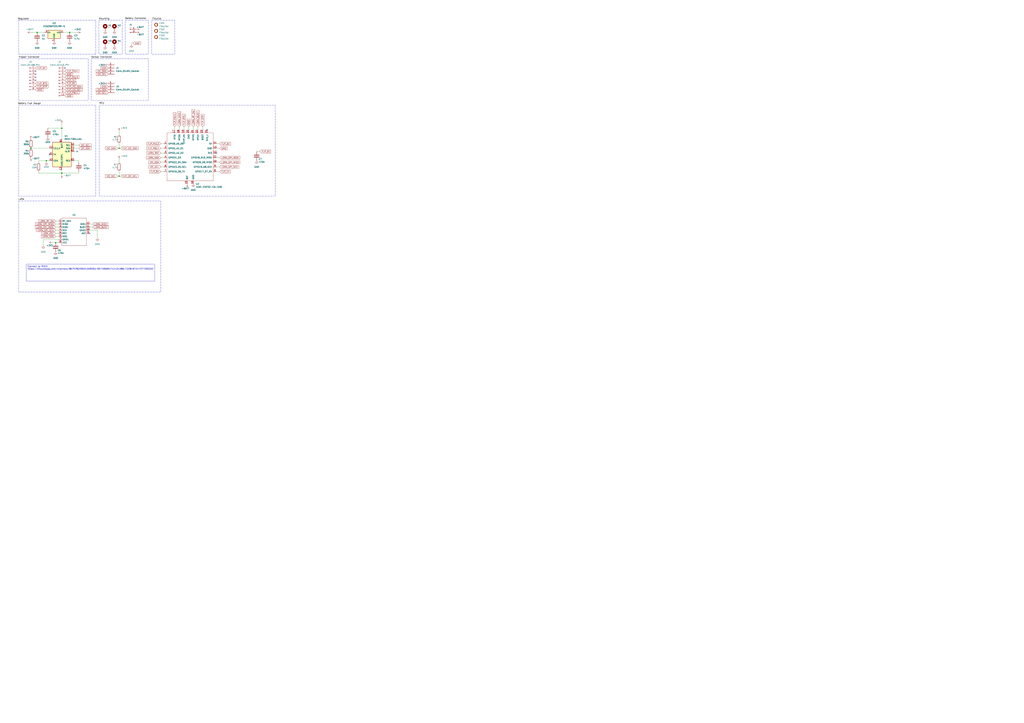
<source format=kicad_sch>
(kicad_sch (version 20250114) (generator "eeschema") (generator_version "9.0")
  (paper "A1")
  (title_block (title "Meshimi") (rev "v1.0"))
  (lib_symbols
    (symbol "Battery_Management:MAX17261xxWL"
      (property "Reference" "U" (at -6.985 11.43 0))
      (property "Value" "MAX17261xxWL" (at 8.255 11.43 0))
      (symbol "MAX17261xxWL_0_1"
        (rectangle (start -7.62 10.16) (end 7.62 -10.16) (stroke (width 0.254)) (fill (type background)))
      )
      (symbol "MAX17261xxWL_1_1"
        (pin input line (at -10.16 5.08 0) (length 2.54) (name "CELLX") (number "C2"))
        (pin passive line (at -10.16 0 0) (length 2.54) (name "TH") (number "A1"))
        (pin passive line (at -10.16 -5.08 0) (length 2.54) (name "CSN") (number "A3"))
        (pin power_in line (at 0 12.7 270) (length 2.54) (name "BATT") (number "B1"))
        (pin power_in line (at 0 -12.7 90) (length 2.54) (name "GND/CSPL") (number "C3"))
        (pin input line (at 10.16 7.62 180) (length 2.54) (name "SCL") (number "A2"))
        (pin bidirectional line (at 10.16 5.08 180) (length 2.54) (name "SDA") (number "C1"))
        (pin open_collector line (at 10.16 2.54 180) (length 2.54) (name "ALRT") (number "B2"))
        (pin power_out line (at 10.16 -5.08 180) (length 2.54) (name "REG") (number "B3"))
      )
    )
    (symbol "Connector:Conn_01x02_Pin" (pin_names (offset 1.016) (hide yes))
      (property "Reference" "J" (at 0 2.54 0))
      (property "Value" "Conn_01x02_Pin" (at 0 -5.08 0))
      (symbol "Conn_01x02_Pin_1_1"
        (rectangle (start 0.8636 0.127) (end 0 -0.127) (stroke (width 0.1524)) (fill (type outline)))
        (rectangle (start 0.8636 -2.413) (end 0 -2.667) (stroke (width 0.1524)) (fill (type outline)))
        (polyline (pts (xy 1.27 0) (xy 0.8636 0)) (stroke (width 0.1524)))
        (polyline (pts (xy 1.27 -2.54) (xy 0.8636 -2.54)) (stroke (width 0.1524)))
        (pin passive line (at 5.08 0 180) (length 3.81) (name "Pin_1") (number "1"))
        (pin passive line (at 5.08 -2.54 180) (length 3.81) (name "Pin_2") (number "2"))
      )
    )
    (symbol "Connector:Conn_01x04_Socket" (pin_names (offset 1.016) (hide yes))
      (property "Reference" "J" (at 0 5.08 0))
      (property "Value" "Conn_01x04_Socket" (at 0 -7.62 0))
      (symbol "Conn_01x04_Socket_1_1"
        (polyline (pts (xy -1.27 2.54) (xy -0.508 2.54)) (stroke (width 0.1524)))
        (polyline (pts (xy -1.27 0) (xy -0.508 0)) (stroke (width 0.1524)))
        (polyline (pts (xy -1.27 -2.54) (xy -0.508 -2.54)) (stroke (width 0.1524)))
        (polyline (pts (xy -1.27 -5.08) (xy -0.508 -5.08)) (stroke (width 0.1524)))
        (arc (start 0 2.032) (mid -0.5058 2.54) (end 0 3.048) (stroke (width 0.1524)))
        (arc (start 0 -0.508) (mid -0.5058 0) (end 0 0.508) (stroke (width 0.1524)))
        (arc (start 0 -3.048) (mid -0.5058 -2.54) (end 0 -2.032) (stroke (width 0.1524)))
        (arc (start 0 -5.588) (mid -0.5058 -5.08) (end 0 -4.572) (stroke (width 0.1524)))
        (pin passive line (at -5.08 2.54 0) (length 3.81) (name "Pin_1") (number "1"))
        (pin passive line (at -5.08 0 0) (length 3.81) (name "Pin_2") (number "2"))
        (pin passive line (at -5.08 -2.54 0) (length 3.81) (name "Pin_3") (number "3"))
        (pin passive line (at -5.08 -5.08 0) (length 3.81) (name "Pin_4") (number "4"))
      )
    )
    (symbol "Connector:Conn_01x08_Pin" (pin_names (offset 1.016) (hide yes))
      (property "Reference" "J" (at 0 10.16 0))
      (property "Value" "Conn_01x08_Pin" (at 0 -12.7 0))
      (symbol "Conn_01x08_Pin_1_1"
        (rectangle (start 0.8636 7.747) (end 0 7.493) (stroke (width 0.1524)) (fill (type outline)))
        (rectangle (start 0.8636 5.207) (end 0 4.953) (stroke (width 0.1524)) (fill (type outline)))
        (rectangle (start 0.8636 2.667) (end 0 2.413) (stroke (width 0.1524)) (fill (type outline)))
        (rectangle (start 0.8636 0.127) (end 0 -0.127) (stroke (width 0.1524)) (fill (type outline)))
        (rectangle (start 0.8636 -2.413) (end 0 -2.667) (stroke (width 0.1524)) (fill (type outline)))
        (rectangle (start 0.8636 -4.953) (end 0 -5.207) (stroke (width 0.1524)) (fill (type outline)))
        (rectangle (start 0.8636 -7.493) (end 0 -7.747) (stroke (width 0.1524)) (fill (type outline)))
        (rectangle (start 0.8636 -10.033) (end 0 -10.287) (stroke (width 0.1524)) (fill (type outline)))
        (polyline (pts (xy 1.27 7.62) (xy 0.8636 7.62)) (stroke (width 0.1524)))
        (polyline (pts (xy 1.27 5.08) (xy 0.8636 5.08)) (stroke (width 0.1524)))
        (polyline (pts (xy 1.27 2.54) (xy 0.8636 2.54)) (stroke (width 0.1524)))
        (polyline (pts (xy 1.27 0) (xy 0.8636 0)) (stroke (width 0.1524)))
        (polyline (pts (xy 1.27 -2.54) (xy 0.8636 -2.54)) (stroke (width 0.1524)))
        (polyline (pts (xy 1.27 -5.08) (xy 0.8636 -5.08)) (stroke (width 0.1524)))
        (polyline (pts (xy 1.27 -7.62) (xy 0.8636 -7.62)) (stroke (width 0.1524)))
        (polyline (pts (xy 1.27 -10.16) (xy 0.8636 -10.16)) (stroke (width 0.1524)))
        (pin passive line (at 5.08 7.62 180) (length 3.81) (name "Pin_1") (number "1"))
        (pin passive line (at 5.08 5.08 180) (length 3.81) (name "Pin_2") (number "2"))
        (pin passive line (at 5.08 2.54 180) (length 3.81) (name "Pin_3") (number "3"))
        (pin passive line (at 5.08 0 180) (length 3.81) (name "Pin_4") (number "4"))
        (pin passive line (at 5.08 -2.54 180) (length 3.81) (name "Pin_5") (number "5"))
        (pin passive line (at 5.08 -5.08 180) (length 3.81) (name "Pin_6") (number "6"))
        (pin passive line (at 5.08 -7.62 180) (length 3.81) (name "Pin_7") (number "7"))
        (pin passive line (at 5.08 -10.16 180) (length 3.81) (name "Pin_8") (number "8"))
      )
    )
    (symbol "Connector:Conn_01x10_Pin" (pin_names (offset 1.016) (hide yes))
      (property "Reference" "J" (at 0 12.7 0))
      (property "Value" "Conn_01x10_Pin" (at 0 -15.24 0))
      (symbol "Conn_01x10_Pin_1_1"
        (rectangle (start 0.8636 10.287) (end 0 10.033) (stroke (width 0.1524)) (fill (type outline)))
        (rectangle (start 0.8636 7.747) (end 0 7.493) (stroke (width 0.1524)) (fill (type outline)))
        (rectangle (start 0.8636 5.207) (end 0 4.953) (stroke (width 0.1524)) (fill (type outline)))
        (rectangle (start 0.8636 2.667) (end 0 2.413) (stroke (width 0.1524)) (fill (type outline)))
        (rectangle (start 0.8636 0.127) (end 0 -0.127) (stroke (width 0.1524)) (fill (type outline)))
        (rectangle (start 0.8636 -2.413) (end 0 -2.667) (stroke (width 0.1524)) (fill (type outline)))
        (rectangle (start 0.8636 -4.953) (end 0 -5.207) (stroke (width 0.1524)) (fill (type outline)))
        (rectangle (start 0.8636 -7.493) (end 0 -7.747) (stroke (width 0.1524)) (fill (type outline)))
        (rectangle (start 0.8636 -10.033) (end 0 -10.287) (stroke (width 0.1524)) (fill (type outline)))
        (rectangle (start 0.8636 -12.573) (end 0 -12.827) (stroke (width 0.1524)) (fill (type outline)))
        (polyline (pts (xy 1.27 10.16) (xy 0.8636 10.16)) (stroke (width 0.1524)))
        (polyline (pts (xy 1.27 7.62) (xy 0.8636 7.62)) (stroke (width 0.1524)))
        (polyline (pts (xy 1.27 5.08) (xy 0.8636 5.08)) (stroke (width 0.1524)))
        (polyline (pts (xy 1.27 2.54) (xy 0.8636 2.54)) (stroke (width 0.1524)))
        (polyline (pts (xy 1.27 0) (xy 0.8636 0)) (stroke (width 0.1524)))
        (polyline (pts (xy 1.27 -2.54) (xy 0.8636 -2.54)) (stroke (width 0.1524)))
        (polyline (pts (xy 1.27 -5.08) (xy 0.8636 -5.08)) (stroke (width 0.1524)))
        (polyline (pts (xy 1.27 -7.62) (xy 0.8636 -7.62)) (stroke (width 0.1524)))
        (polyline (pts (xy 1.27 -10.16) (xy 0.8636 -10.16)) (stroke (width 0.1524)))
        (polyline (pts (xy 1.27 -12.7) (xy 0.8636 -12.7)) (stroke (width 0.1524)))
        (pin passive line (at 5.08 10.16 180) (length 3.81) (name "Pin_1") (number "1"))
        (pin passive line (at 5.08 7.62 180) (length 3.81) (name "Pin_2") (number "2"))
        (pin passive line (at 5.08 5.08 180) (length 3.81) (name "Pin_3") (number "3"))
        (pin passive line (at 5.08 2.54 180) (length 3.81) (name "Pin_4") (number "4"))
        (pin passive line (at 5.08 0 180) (length 3.81) (name "Pin_5") (number "5"))
        (pin passive line (at 5.08 -2.54 180) (length 3.81) (name "Pin_6") (number "6"))
        (pin passive line (at 5.08 -5.08 180) (length 3.81) (name "Pin_7") (number "7"))
        (pin passive line (at 5.08 -7.62 180) (length 3.81) (name "Pin_8") (number "8"))
        (pin passive line (at 5.08 -10.16 180) (length 3.81) (name "Pin_9") (number "9"))
        (pin passive line (at 5.08 -12.7 180) (length 3.81) (name "Pin_10") (number "10"))
      )
    )
    (symbol "Device:C" (pin_numbers (hide yes)) (pin_names (offset 0.254))
      (property "Reference" "C" (at 0.635 2.54 0))
      (property "Value" "C" (at 0.635 -2.54 0))
      (symbol "C_0_1"
        (polyline (pts (xy -2.032 0.762) (xy 2.032 0.762)) (stroke (width 0.508)))
        (polyline (pts (xy -2.032 -0.762) (xy 2.032 -0.762)) (stroke (width 0.508)))
      )
      (symbol "C_1_1"
        (pin passive line (at 0 3.81 270) (length 2.794) (name "~") (number "1"))
        (pin passive line (at 0 -3.81 90) (length 2.794) (name "~") (number "2"))
      )
    )
    (symbol "Device:R" (pin_numbers (hide yes)) (pin_names (offset 0))
      (property "Reference" "R" (at 2.032 0 90))
      (property "Value" "R" (at 0 0 90))
      (symbol "R_0_1"
        (rectangle (start -1.016 -2.54) (end 1.016 2.54) (stroke (width 0.254)))
      )
      (symbol "R_1_1"
        (pin passive line (at 0 3.81 270) (length 1.27) (name "~") (number "1"))
        (pin passive line (at 0 -3.81 90) (length 1.27) (name "~") (number "2"))
      )
    )
    (symbol "Mechanical:Fiducial" (exclude_from_sim yes) (in_bom no)
      (property "Reference" "FID" (at 0 5.08 0))
      (property "Value" "Fiducial" (at 0 3.175 0))
      (symbol "Fiducial_0_1"
        (circle (center 0 0) (radius 1.27) (stroke (width 0.508)) (fill (type background)))
      )
    )
    (symbol "Mechanical:MountingHole_Pad" (pin_numbers (hide yes)) (pin_names (offset 1.016) (hide yes)) (exclude_from_sim yes) (in_bom no)
      (property "Reference" "H" (at 0 6.35 0))
      (property "Value" "MountingHole_Pad" (at 0 4.445 0))
      (symbol "MountingHole_Pad_0_1"
        (circle (center 0 1.27) (radius 1.27) (stroke (width 1.27)))
      )
      (symbol "MountingHole_Pad_1_1"
        (pin input line (at 0 -2.54 90) (length 2.54) (name "1") (number "1"))
      )
    )
    (symbol "Regulator_Linear:XC6206PxxxMR" (pin_names (offset 0.254))
      (property "Reference" "U" (at -3.81 3.175 0))
      (property "Value" "XC6206PxxxMR" (at 0 3.175 0))
      (symbol "XC6206PxxxMR_0_1"
        (rectangle (start -5.08 1.905) (end 5.08 -5.08) (stroke (width 0.254)) (fill (type background)))
      )
      (symbol "XC6206PxxxMR_1_1"
        (pin power_in line (at -7.62 0 0) (length 2.54) (name "VI") (number "3"))
        (pin power_in line (at 0 -7.62 90) (length 2.54) (name "GND") (number "1"))
        (pin power_out line (at 7.62 0 180) (length 2.54) (name "VO") (number "2"))
      )
    )
    (symbol "Seeed Studio Wio-SX1262:libdb_Module/114993390"
      (property "Reference" "U" (at 0 0 0))
      (symbol "libdb_Module/114993390_1_0"
        (rectangle (start -10.1346 -12.6746) (end 10.1346 10.1346))
        (pin unspecified line (at -12.6746 7.5946 0) (length 2.5146) (name "RF_SW1") (number "1"))
        (pin unspecified line (at -12.6746 5.0546 0) (length 2.5146) (name "MISO") (number "2"))
        (pin unspecified line (at -12.6746 2.5146 0) (length 2.5146) (name "MOSI") (number "3"))
        (pin unspecified line (at -12.6746 0 0) (length 2.5146) (name "SCK") (number "4"))
        (pin unspecified line (at -12.6746 -2.5146 0) (length 2.5146) (name "RST") (number "5"))
        (pin unspecified line (at -12.6746 -5.0546 0) (length 2.5146) (name "NSS") (number "6"))
        (pin unspecified line (at -12.6746 -7.5946 0) (length 2.5146) (name "GND1") (number "7"))
        (pin unspecified line (at -12.6746 -10.1346 0) (length 2.5146) (name "VCC") (number "8"))
        (pin unspecified line (at 12.6746 5.0546 180) (length 2.5146) (name "DIO1") (number "12"))
        (pin unspecified line (at 12.6746 2.5146 180) (length 2.5146) (name "BUSY") (number "11"))
        (pin unspecified line (at 12.6746 0 180) (length 2.5146) (name "GND2") (number "10"))
        (pin unspecified line (at 12.6746 -2.5146 180) (length 2.5146) (name "ANT") (number "9"))
      )
    )
    (symbol "Seeed Studio XIAO Series Library:XIAO-ESP32-C6-SMD" (pin_names (offset 1.016))
      (property "Reference" "U" (at -18.542 23.114 0))
      (property "Value" "XIAO-ESP32-S3-SMD" (at -8.382 21.336 0))
      (symbol "XIAO-ESP32-C6-SMD_0_1"
        (rectangle (start 19.05 -19.05) (end -19.05 20.32))
      )
      (symbol "XIAO-ESP32-C6-SMD_1_1"
        (pin passive line (at -21.59 11.43 0) (length 2.54) (name "GPIO0_A0_D0") (number "1"))
        (pin passive line (at -21.59 7.62 0) (length 2.54) (name "GPIO1_A1_D1") (number "2"))
        (pin passive line (at -21.59 3.81 0) (length 2.54) (name "GPIO2_A2_D2") (number "3"))
        (pin passive line (at -21.59 0 0) (length 2.54) (name "GPIO21_D3") (number "4"))
        (pin passive line (at -21.59 -3.81 0) (length 2.54) (name "GPIO22_D4_SDA") (number "5"))
        (pin passive line (at -21.59 -7.62 0) (length 2.54) (name "GPIO23_D5_SCL") (number "6"))
        (pin passive line (at -21.59 -11.43 0) (length 2.54) (name "GPIO16_D6_TX") (number "7"))
        (pin passive line (at -12.7 22.86 270) (length 2.54) (name "MTDI") (number "17"))
        (pin passive line (at -8.89 22.86 270) (length 2.54) (name "MTDO") (number "18"))
        (pin passive line (at -5.08 22.86 270) (length 2.54) (name "CHIP_EN") (number "19"))
        (pin passive line (at -2.54 -21.59 90) (length 2.54) (name "BAT") (number "15"))
        (pin passive line (at -1.27 22.86 270) (length 2.54) (name "GND") (number "20"))
        (pin passive line (at 2.54 22.86 270) (length 2.54) (name "MTMS") (number "21"))
        (pin passive line (at 2.54 -21.59 90) (length 2.54) (name "GND") (number "16"))
        (pin passive line (at 6.35 22.86 270) (length 2.54) (name "MTCK") (number "22"))
        (pin passive line (at 10.16 22.86 270) (length 2.54) (name "BOOT") (number "23"))
        (pin passive line (at 13.97 22.86 270) (length 2.54) (name "3V3_1") (number "24"))
        (pin passive line (at 21.59 11.43 180) (length 2.54) (name "5V") (number "14"))
        (pin passive line (at 21.59 7.62 180) (length 2.54) (name "GND") (number "13"))
        (pin passive line (at 21.59 3.81 180) (length 2.54) (name "3V3") (number "12"))
        (pin passive line (at 21.59 0 180) (length 2.54) (name "GPIO18_D10_MOSI") (number "11"))
        (pin passive line (at 21.59 -3.81 180) (length 2.54) (name "GPIO20_D9_MISO") (number "10"))
        (pin passive line (at 21.59 -7.62 180) (length 2.54) (name "GPIO19_D8_SCK") (number "9"))
        (pin passive line (at 21.59 -11.43 180) (length 2.54) (name "GPIO17_D7_RX") (number "8"))
      )
    )
    (symbol "power:+3.3V" (power) (pin_names (offset 0))
      (property "Value" "+3.3V" (at 0 3.556 0))
      (symbol "+3.3V_0_1"
        (polyline (pts (xy -0.762 1.27) (xy 0 2.54)))
        (polyline (pts (xy 0 2.54) (xy 0.762 1.27)))
        (polyline (pts (xy 0 0) (xy 0 2.54)))
      )
      (symbol "+3.3V_1_1"
        (pin power_in line (at 0 0 90) (length 0) (hide yes) (name "+3V3") (number "1"))
      )
    )
    (symbol "power:+BATT" (power) (pin_names (offset 0))
      (property "Value" "+BATT" (at 0 3.556 0))
      (symbol "+BATT_0_1"
        (polyline (pts (xy -0.762 1.27) (xy 0 2.54)))
        (polyline (pts (xy 0 2.54) (xy 0.762 1.27)))
        (polyline (pts (xy 0 0) (xy 0 2.54)))
      )
      (symbol "+BATT_1_1"
        (pin power_in line (at 0 0 90) (length 0) (hide yes) (name "+BATT") (number "1"))
      )
    )
    (symbol "power:GND" (power) (pin_numbers (hide yes)) (pin_names (offset 0) (hide yes))
      (property "Value" "GND" (at 0 -3.81 0))
      (symbol "GND_0_1"
        (polyline (pts (xy 0 0) (xy 0 -1.27) (xy 1.27 -1.27) (xy 0 -2.54) (xy -1.27 -1.27) (xy 0 -1.27)))
      )
      (symbol "GND_1_1"
        (pin power_in line (at 0 0 270) (length 0) (name "~") (number "1"))
      )
    )
  )
  (rectangle (start 102.87 16.51) (end 121.92 44.45) (stroke (width 0) (type dash)))
  (rectangle (start 81.28 16.51) (end 100.33 44.45) (stroke (width 0) (type dash)))
  (rectangle (start 81.534 86.36) (end 226.06 161.29) (stroke (width 0) (type dash)))
  (rectangle (start 15.24 48.26) (end 72.39 82.55) (stroke (width 0) (type dash)))
  (rectangle (start 124.46 16.51) (end 143.51 44.45) (stroke (width 0) (type dash)))
  (rectangle (start 74.93 48.26) (end 121.92 82.55) (stroke (width 0) (type dash)))
  (rectangle (start 15.24 165.1) (end 132.08 240.03) (stroke (width 0) (type dash)))
  (rectangle (start 15.24 86.36) (end 78.74 161.29) (stroke (width 0) (type dash)))
  (text "MCU" (at 83.566 84.836 0) (effects (font (size 1.27 1.27) (thickness 0.1588))))
  (text "Flipper Connector" (at 23.876 46.99 0) (effects (font (size 1.27 1.27) (thickness 0.1588))))
  (text "Mounting" (at 85.598 15.494 0) (effects (font (size 1.27 1.27) (thickness 0.1588))))
  (text "Battery Fuel Gauge" (at 24.13 85.09 0) (effects (font (size 1.27 1.27) (thickness 0.1588))))
  (text "Sensor Connector" (at 83.566 46.99 0) (effects (font (size 1.27 1.27) (thickness 0.1588))))
  (text "LoRa" (at 17.526 163.83 0) (effects (font (size 1.27 1.27) (thickness 0.1588))))
  (text "Regulator" (at 19.304 15.494 0) (effects (font (size 1.27 1.27) (thickness 0.1588))))
  (text "Battery Connector" (at 111.506 15.24 0) (effects (font (size 1.27 1.27) (thickness 0.1588))))
  (text "Fiducial" (at 128.778 15.494 0) (effects (font (size 1.27 1.27) (thickness 0.1588))))
  (text_box "Connect to RXEN\nhttps://discordapp.com/channels/867578229534359593/907495694741434388/1328497247377293332" (at 21.59 217.17 0) (size 105.41 13.97) (margins 0.9525 0.9525 0.9525 0.9525) (effects (font (size 1.27 1.27)) (justify left top)))
  (junction (at 57.15 26.67))
  (junction (at 50.8 105.41))
  (junction (at 38.1 132.08))
  (junction (at 30.48 26.67))
  (junction (at 97.79 121.92))
  (junction (at 97.79 144.78))
  (junction (at 25.4 121.92))
  (junction (at 45.72 199.39))
  (junction (at 50.8 142.24))
  (no_connect (at 63.5 124.46))
  (no_connect (at 170.18 106.68))
  (no_connect (at 53.34 55.88))
  (no_connect (at 29.21 63.5))
  (no_connect (at 29.21 58.42))
  (no_connect (at 29.21 66.04))
  (no_connect (at 73.5584 191.77))
  (no_connect (at 177.8 125.73))
  (no_connect (at 40.64 127))
  (no_connect (at 29.21 60.96))
  (wire (pts (xy 79.9084 189.2808) (xy 80.01 189.2808)))
  (wire (pts (xy 180.34 129.54) (xy 177.8 129.54)))
  (wire (pts (xy 80.01 189.2808) (xy 80.01 195.58)))
  (wire (pts (xy 45.72 181.6608) (xy 48.2092 181.6608)))
  (wire (pts (xy 60.96 119.38) (xy 64.77 119.38)))
  (wire (pts (xy 45.72 189.2554) (xy 48.2092 189.2554)))
  (polyline (pts (xy 15.24 16.51) (xy 15.24 44.45)) (stroke (width 0) (type dash)))
  (wire (pts (xy 96.52 144.78) (xy 97.79 144.78)))
  (wire (pts (xy 43.18 199.39) (xy 45.72 199.39)))
  (wire (pts (xy 50.8 139.7) (xy 50.8 142.24)))
  (wire (pts (xy 30.48 26.67) (xy 36.83 26.67)))
  (wire (pts (xy 76.0984 186.7408) (xy 73.5584 186.7408)))
  (wire (pts (xy 132.08 129.54) (xy 134.62 129.54)))
  (wire (pts (xy 97.79 107.95) (xy 97.79 110.49)))
  (wire (pts (xy 162.56 104.14) (xy 162.56 106.68)))
  (wire (pts (xy 50.8 105.41) (xy 50.8 114.3)))
  (wire (pts (xy 60.96 124.46) (xy 63.5 124.46)))
  (wire (pts (xy 48.2092 184.2008) (xy 45.72 184.2008)))
  (wire (pts (xy 57.15 26.67) (xy 63.5 26.67)))
  (wire (pts (xy 35.56 196.85) (xy 35.56 201.93)))
  (wire (pts (xy 31.75 142.24) (xy 50.8 142.24)))
  (wire (pts (xy 31.75 142.24) (xy 31.75 140.97)))
  (wire (pts (xy 40.64 132.08) (xy 38.1 132.08)))
  (wire (pts (xy 132.08 121.92) (xy 134.62 121.92)))
  (wire (pts (xy 73.5584 189.2554) (xy 79.9084 189.2554)))
  (wire (pts (xy 79.9084 189.2554) (xy 79.9084 189.2808)))
  (wire (pts (xy 39.37 105.41) (xy 50.8 105.41)))
  (wire (pts (xy 180.34 137.16) (xy 177.8 137.16)))
  (wire (pts (xy 50.8 101.6) (xy 50.8 105.41)))
  (wire (pts (xy 143.51 104.14) (xy 143.51 106.68)))
  (wire (pts (xy 97.79 140.97) (xy 97.79 144.78)))
  (wire (pts (xy 60.96 121.92) (xy 64.77 121.92)))
  (wire (pts (xy 151.13 104.14) (xy 151.13 106.68)))
  (wire (pts (xy 107.95 35.56) (xy 107.95 36.83)))
  (wire (pts (xy 132.08 140.97) (xy 134.62 140.97)))
  (wire (pts (xy 31.75 132.08) (xy 31.75 133.35)))
  (wire (pts (xy 132.08 125.73) (xy 134.62 125.73)))
  (wire (pts (xy 154.94 104.14) (xy 154.94 106.68)))
  (wire (pts (xy 132.08 137.16) (xy 134.62 137.16)))
  (wire (pts (xy 97.79 144.78) (xy 99.06 144.78)))
  (wire (pts (xy 177.8 140.97) (xy 180.34 140.97)))
  (wire (pts (xy 109.22 35.56) (xy 107.95 35.56)))
  (wire (pts (xy 25.4 26.67) (xy 30.48 26.67)))
  (wire (pts (xy 52.07 26.67) (xy 57.15 26.67)))
  (polyline (pts (xy 15.24 16.51) (xy 78.74 16.51)) (stroke (width 0) (type dash)))
  (wire (pts (xy 45.72 186.7408) (xy 48.2092 186.7408)))
  (wire (pts (xy 97.79 130.81) (xy 97.79 133.35)))
  (wire (pts (xy 38.1 132.08) (xy 31.75 132.08)))
  (wire (pts (xy 180.34 133.35) (xy 177.8 133.35)))
  (polyline (pts (xy 78.74 44.45) (xy 78.74 16.51)) (stroke (width 0) (type dash)))
  (wire (pts (xy 97.79 121.92) (xy 99.06 121.92)))
  (wire (pts (xy 97.79 118.11) (xy 97.79 121.92)))
  (wire (pts (xy 166.37 104.14) (xy 166.37 106.68)))
  (wire (pts (xy 25.4 121.92) (xy 40.64 121.92)))
  (wire (pts (xy 64.77 140.97) (xy 64.77 142.24)))
  (wire (pts (xy 64.77 132.08) (xy 64.77 133.35)))
  (wire (pts (xy 210.82 124.46) (xy 213.36 124.46)))
  (wire (pts (xy 177.8 118.11) (xy 180.34 118.11)))
  (wire (pts (xy 50.8 142.24) (xy 50.8 143.51)))
  (wire (pts (xy 45.72 199.39) (xy 48.2092 199.39)))
  (wire (pts (xy 177.8 121.92) (xy 180.34 121.92)))
  (polyline (pts (xy 15.24 44.45) (xy 78.74 44.45)) (stroke (width 0) (type dash)))
  (wire (pts (xy 76.0984 184.2008) (xy 73.5584 184.2008)))
  (wire (pts (xy 45.72 194.31) (xy 48.2092 194.31)))
  (wire (pts (xy 48.2092 196.85) (xy 35.56 196.85)))
  (wire (pts (xy 158.75 104.14) (xy 158.75 106.68)))
  (wire (pts (xy 147.32 104.14) (xy 147.32 106.68)))
  (wire (pts (xy 38.1 132.08) (xy 38.1 133.35)))
  (wire (pts (xy 132.08 118.11) (xy 134.62 118.11)))
  (wire (pts (xy 64.77 132.08) (xy 60.96 132.08)))
  (wire (pts (xy 45.6438 191.77) (xy 48.2092 191.77)))
  (wire (pts (xy 96.52 121.92) (xy 97.79 121.92)))
  (wire (pts (xy 132.08 133.35) (xy 134.62 133.35)))
  (wire (pts (xy 64.77 142.24) (xy 50.8 142.24)))
  (global_label "LORA_RST" (shape input) (at 132.08 125.73 180) (property "Intersheetrefs" "${INTERSHEET_REFS}" (effects (hide yes))))
  (global_label "LORA_DIO1" (shape input) (at 76.0984 184.2008 0) (property "Intersheetrefs" "${INTERSHEET_REFS}" (effects (hide yes))))
  (global_label "LORA_RF_SW" (shape input) (at 45.72 181.6608 180) (property "Intersheetrefs" "${INTERSHEET_REFS}" (effects (hide yes))))
  (global_label "GND" (shape input) (at 53.34 60.96 0) (property "Intersheetrefs" "${INTERSHEET_REFS}" (effects (hide yes))))
  (global_label "LORA_DIO1" (shape input) (at 147.32 104.14 90) (property "Intersheetrefs" "${INTERSHEET_REFS}" (effects (hide yes))))
  (global_label "I2C_SDA" (shape input) (at 88.9 58.42 180) (property "Intersheetrefs" "${INTERSHEET_REFS}" (effects (hide yes))))
  (global_label "LORA_BUSY" (shape input) (at 76.0984 186.7408 0) (property "Intersheetrefs" "${INTERSHEET_REFS}" (effects (hide yes))))
  (global_label "LORA_SPI_MOSI" (shape input) (at 45.72 186.7408 180) (property "Intersheetrefs" "${INTERSHEET_REFS}" (effects (hide yes))))
  (global_label "FLP_DTR" (shape input) (at 29.21 71.12 0) (property "Intersheetrefs" "${INTERSHEET_REFS}" (effects (hide yes))))
  (global_label "FLP_I2C_SDA" (shape input) (at 99.06 121.92 0) (property "Intersheetrefs" "${INTERSHEET_REFS}" (effects (hide yes))))
  (global_label "FLP_I2C_SCL" (shape input) (at 53.34 73.66 0) (property "Intersheetrefs" "${INTERSHEET_REFS}" (effects (hide yes))))
  (global_label "LORA_SPI_MOSI" (shape input) (at 180.34 129.54 0) (property "Intersheetrefs" "${INTERSHEET_REFS}" (effects (hide yes))))
  (global_label "I2C_SDA" (shape input) (at 132.08 133.35 180) (property "Intersheetrefs" "${INTERSHEET_REFS}" (effects (hide yes))))
  (global_label "FLP_5V" (shape input) (at 213.36 124.46 0) (property "Intersheetrefs" "${INTERSHEET_REFS}" (effects (hide yes))))
  (global_label "LORA_NSS" (shape input) (at 45.72 194.31 180) (property "Intersheetrefs" "${INTERSHEET_REFS}" (effects (hide yes))))
  (global_label "LORA_SPI_SCK" (shape input) (at 45.72 189.2554 180) (property "Intersheetrefs" "${INTERSHEET_REFS}" (effects (hide yes))))
  (global_label "I2C_SCL" (shape input) (at 132.08 137.16 180) (property "Intersheetrefs" "${INTERSHEET_REFS}" (effects (hide yes))))
  (global_label "FLP_I2C_SDA" (shape input) (at 53.34 71.12 0) (property "Intersheetrefs" "${INTERSHEET_REFS}" (effects (hide yes))))
  (global_label "LORA_SPI_SCK" (shape input) (at 180.34 137.16 0) (property "Intersheetrefs" "${INTERSHEET_REFS}" (effects (hide yes))))
  (global_label "FLP_PA13" (shape input) (at 132.08 118.11 180) (property "Intersheetrefs" "${INTERSHEET_REFS}" (effects (hide yes))))
  (global_label "FLP_PA14" (shape input) (at 143.51 104.14 90) (property "Intersheetrefs" "${INTERSHEET_REFS}" (effects (hide yes))))
  (global_label "I2C_SCL" (shape input) (at 88.9 60.96 180) (property "Intersheetrefs" "${INTERSHEET_REFS}" (effects (hide yes))))
  (global_label "GND" (shape input) (at 88.9 71.12 180) (property "Intersheetrefs" "${INTERSHEET_REFS}" (effects (hide yes))))
  (global_label "FLP_PB14" (shape input) (at 53.34 76.2 0) (property "Intersheetrefs" "${INTERSHEET_REFS}" (effects (hide yes))))
  (global_label "FLP_TX" (shape input) (at 53.34 66.04 0) (property "Intersheetrefs" "${INTERSHEET_REFS}" (effects (hide yes))))
  (global_label "I2C_SDA" (shape input) (at 64.77 121.92 0) (property "Intersheetrefs" "${INTERSHEET_REFS}" (effects (hide yes))))
  (global_label "GND" (shape input) (at 154.94 104.14 90) (property "Intersheetrefs" "${INTERSHEET_REFS}" (effects (hide yes))))
  (global_label "LORA_SPI_MISO" (shape input) (at 45.72 184.2008 180) (property "Intersheetrefs" "${INTERSHEET_REFS}" (effects (hide yes))))
  (global_label "FLP_5V" (shape input) (at 29.21 55.88 0) (property "Intersheetrefs" "${INTERSHEET_REFS}" (effects (hide yes))))
  (global_label "GND" (shape input) (at 109.22 35.56 0) (property "Intersheetrefs" "${INTERSHEET_REFS}" (effects (hide yes))))
  (global_label "I2C_SCL" (shape input) (at 96.52 144.78 180) (property "Intersheetrefs" "${INTERSHEET_REFS}" (effects (hide yes))))
  (global_label "FLP_RTS" (shape input) (at 29.21 68.58 0) (property "Intersheetrefs" "${INTERSHEET_REFS}" (effects (hide yes))))
  (global_label "LORA_NSS" (shape input) (at 132.08 129.54 180) (property "Intersheetrefs" "${INTERSHEET_REFS}" (effects (hide yes))))
  (global_label "LORA_BUSY" (shape input) (at 162.56 104.14 90) (property "Intersheetrefs" "${INTERSHEET_REFS}" (effects (hide yes))))
  (global_label "LORA_SPI_MISO" (shape input) (at 180.34 133.35 0) (property "Intersheetrefs" "${INTERSHEET_REFS}" (effects (hide yes))))
  (global_label "FLP_PA14" (shape input) (at 53.34 58.42 0) (property "Intersheetrefs" "${INTERSHEET_REFS}" (effects (hide yes))))
  (global_label "FLP_RTS" (shape input) (at 151.13 104.14 90) (property "Intersheetrefs" "${INTERSHEET_REFS}" (effects (hide yes))))
  (global_label "I2C_SDA" (shape input) (at 88.9 73.66 180) (property "Intersheetrefs" "${INTERSHEET_REFS}" (effects (hide yes))))
  (global_label "I2C_SCL" (shape input) (at 88.9 76.2 180) (property "Intersheetrefs" "${INTERSHEET_REFS}" (effects (hide yes))))
  (global_label "LORA_RST" (shape input) (at 45.6438 191.77 180) (property "Intersheetrefs" "${INTERSHEET_REFS}" (effects (hide yes))))
  (global_label "GND" (shape input) (at 29.21 73.66 0) (property "Intersheetrefs" "${INTERSHEET_REFS}" (effects (hide yes))))
  (global_label "GND" (shape input) (at 88.9 55.88 180) (property "Intersheetrefs" "${INTERSHEET_REFS}" (effects (hide yes))))
  (global_label "I2C_SDA" (shape input) (at 96.52 121.92 180) (property "Intersheetrefs" "${INTERSHEET_REFS}" (effects (hide yes))))
  (global_label "FLP_RX" (shape input) (at 53.34 68.58 0) (property "Intersheetrefs" "${INTERSHEET_REFS}" (effects (hide yes))))
  (global_label "LORA_RF_SW" (shape input) (at 158.75 104.14 90) (property "Intersheetrefs" "${INTERSHEET_REFS}" (effects (hide yes))))
  (global_label "GND" (shape input) (at 53.34 78.74 0) (property "Intersheetrefs" "${INTERSHEET_REFS}" (effects (hide yes))))
  (global_label "FLP_PB14" (shape input) (at 132.08 121.92 180) (property "Intersheetrefs" "${INTERSHEET_REFS}" (effects (hide yes))))
  (global_label "I2C_SCL" (shape input) (at 64.77 119.38 0) (property "Intersheetrefs" "${INTERSHEET_REFS}" (effects (hide yes))))
  (global_label "GND" (shape input) (at 180.34 121.92 0) (property "Intersheetrefs" "${INTERSHEET_REFS}" (effects (hide yes))))
  (global_label "FLP_5V" (shape input) (at 180.34 118.11 0) (property "Intersheetrefs" "${INTERSHEET_REFS}" (effects (hide yes))))
  (global_label "FLP_RX" (shape input) (at 132.08 140.97 180) (property "Intersheetrefs" "${INTERSHEET_REFS}" (effects (hide yes))))
  (global_label "FLP_I2C_SCL" (shape input) (at 99.06 144.78 0) (property "Intersheetrefs" "${INTERSHEET_REFS}" (effects (hide yes))))
  (global_label "FLP_PA13" (shape input) (at 53.34 63.5 0) (property "Intersheetrefs" "${INTERSHEET_REFS}" (effects (hide yes))))
  (global_label "FLP_TX" (shape input) (at 180.34 140.97 0) (property "Intersheetrefs" "${INTERSHEET_REFS}" (effects (hide yes))))
  (global_label "FLP_DTR" (shape input) (at 166.37 104.14 90) (property "Intersheetrefs" "${INTERSHEET_REFS}" (effects (hide yes))))
  (symbol (lib_id "power:+BATT") (at 153.67 151.13 180) (unit 1)
    (property "Reference" "#PWR014" (effects (hide yes)))
    (property "Value" "+BATT" (at 149.352 154.94 0) (effects (justify right)))
  )
  (symbol (lib_id "power:GND") (at 39.37 113.03 0) (unit 1)
    (property "Reference" "#PWR025" (effects (hide yes)))
    (property "Value" "GND" (at 39.37 116.84 0))
    (property "Description" "Power symbol creates a global label with name \"GND\" , ground" (effects (hide yes)))
  )
  (symbol (lib_id "Connector:Conn_01x10_Pin") (at 48.26 66.04 0) (unit 1)
    (property "Reference" "J2" (at 48.895 50.8 0))
    (property "Value" "Conn_01x10_Pin" (at 48.895 53.34 0))
    (property "Footprint" "Connector_PinHeader_2.54mm:PinHeader_1x10_P2.54mm_Horizontal" (effects (hide yes)))
    (property "Description" "Generic connector, single row, 01x10, script generated" (effects (hide yes)))
  )
  (symbol (lib_id "Seeed Studio XIAO Series Library:XIAO-ESP32-C6-SMD") (at 156.21 129.54 0) (unit 1)
    (property "Reference" "U2" (at 160.8933 151.13 0) (effects (justify left)))
    (property "Value" "XIAO-ESP32-C6-SMD" (at 160.8933 153.67 0) (effects (justify left)))
    (property "Footprint" "Seeed Studio XIAO Series Library:XIAO-ESP32C6-SMD" (effects (hide yes)))
  )
  (symbol (lib_id "power:GND") (at 93.98 38.1 0) (unit 1)
    (property "Reference" "#PWR05" (effects (hide yes)))
    (property "Value" "GND" (at 93.98 43.18 0))
    (property "Description" "Power symbol creates a global label with name \"GND\" , ground" (effects (hide yes)))
  )
  (symbol (lib_id "Device:R") (at 31.75 137.16 180) (unit 1)
    (property "Reference" "R3" (at 29.972 135.382 0) (effects (justify left)))
    (property "Value" "10m" (at 30.48 137.668 0) (effects (justify left)))
    (property "Footprint" "Resistor_SMD:R_0402_1005Metric" (effects (hide yes)))
    (property "Description" "Resistor" (effects (hide yes)))
  )
  (symbol (lib_id "power:GND") (at 86.36 38.1 0) (unit 1)
    (property "Reference" "#PWR04" (effects (hide yes)))
    (property "Value" "GND" (at 86.36 43.18 0))
    (property "Description" "Power symbol creates a global label with name \"GND\" , ground" (effects (hide yes)))
  )
  (symbol (lib_id "Device:C") (at 57.15 30.48 0) (unit 1)
    (property "Reference" "C2" (at 60.96 29.2099 0) (effects (justify left)))
    (property "Value" "4.7u" (at 60.96 31.7499 0) (effects (justify left)))
    (property "Footprint" "Capacitor_SMD:C_0805_2012Metric" (effects (hide yes)))
  )
  (symbol (lib_id "Connector:Conn_01x02_Pin") (at 106.68 24.13 0) (unit 1)
    (property "Reference" "J1" (at 107.315 20.32 0))
    (property "Value" "~" (at 107.315 22.86 0))
    (property "Footprint" "Connector_JST:JST_EH_B2B-EH-A_1x02_P2.50mm_Vertical" (effects (hide yes)))
    (property "Description" "Generic connector, single row, 01x02, script generated" (effects (hide yes)))
  )
  (symbol (lib_id "Device:R") (at 25.4 125.73 180) (unit 1)
    (property "Reference" "R4" (at 23.622 123.952 0) (effects (justify left)))
    (property "Value" "200k" (at 24.13 126.238 0) (effects (justify left)))
    (property "Footprint" "Resistor_SMD:R_0402_1005Metric" (effects (hide yes)))
    (property "Description" "Resistor" (effects (hide yes)))
  )
  (symbol (lib_id "power:GND") (at 44.45 34.29 0) (unit 1)
    (property "Reference" "#PWR09" (effects (hide yes)))
    (property "Value" "GND" (at 44.45 39.37 0))
  )
  (symbol (lib_id "power:GND") (at 210.82 132.08 0) (unit 1)
    (property "Reference" "#PWR020" (effects (hide yes)))
    (property "Value" "GND" (at 210.82 137.16 0))
    (property "Description" "Power symbol creates a global label with name \"GND\" , ground" (effects (hide yes)))
  )
  (symbol (lib_id "power:GND") (at 57.15 34.29 0) (unit 1)
    (property "Reference" "#PWR010" (effects (hide yes)))
    (property "Value" "GND" (at 57.15 39.37 0))
  )
  (symbol (lib_id "power:+3.3V") (at 97.79 107.95 0) (unit 1)
    (property "Reference" "#PWR028" (effects (hide yes)))
    (property "Value" "+3V3" (at 99.06 105.156 0) (effects (justify left)))
  )
  (symbol (lib_id "Device:C") (at 39.37 109.22 0) (unit 1)
    (property "Reference" "C5" (at 43.18 107.9499 0) (effects (justify left)))
    (property "Value" "470n" (at 43.18 110.4899 0) (effects (justify left)))
    (property "Footprint" "Capacitor_SMD:C_0805_2012Metric" (effects (hide yes)))
    (property "Description" "Unpolarized capacitor" (effects (hide yes)))
  )
  (symbol (lib_id "power:+3.3V") (at 63.5 26.67 270) (unit 1)
    (property "Reference" "#PWR011" (effects (hide yes)))
    (property "Value" "+3V3" (at 60.96 24.13 90) (effects (justify left)))
  )
  (symbol (lib_id "Mechanical:MountingHole_Pad") (at 86.36 22.86 0) (unit 1) (exclude_from_sim yes) (in_bom no)
    (property "Reference" "H1" (at 88.9 20.9549 0) (effects (justify left)))
    (property "Value" "~" (at 88.9 22.86 0) (effects (justify left)))
    (property "Footprint" "MountingHole:MountingHole_3mm_Pad_Via" (effects (hide yes)))
    (property "Description" "Mounting Hole with connection" (effects (hide yes)))
  )
  (symbol (lib_id "power:GND") (at 107.95 36.83 0) (unit 1)
    (property "Reference" "#PWR012" (effects (hide yes)))
    (property "Value" "GND" (at 107.95 41.91 0))
    (property "Description" "Power symbol creates a global label with name \"GND\" , ground" (effects (hide yes)))
  )
  (symbol (lib_id "Mechanical:MountingHole_Pad") (at 93.98 35.56 0) (unit 1) (exclude_from_sim yes) (in_bom no)
    (property "Reference" "H4" (at 96.52 33.6549 0) (effects (justify left)))
    (property "Value" "~" (at 96.52 35.56 0) (effects (justify left)))
    (property "Footprint" "MountingHole:MountingHole_3mm_Pad_Via" (effects (hide yes)))
    (property "Description" "Mounting Hole with connection" (effects (hide yes)))
  )
  (symbol (lib_id "power:+3.3V") (at 97.79 130.81 0) (unit 1)
    (property "Reference" "#PWR029" (effects (hide yes)))
    (property "Value" "+3V3" (at 99.314 128.27 0) (effects (justify left)))
  )
  (symbol (lib_id "Mechanical:MountingHole_Pad") (at 93.98 22.86 0) (unit 1) (exclude_from_sim yes) (in_bom no)
    (property "Reference" "H2" (at 96.52 20.9549 0) (effects (justify left)))
    (property "Value" "~" (at 96.52 22.86 0) (effects (justify left)))
    (property "Footprint" "MountingHole:MountingHole_3mm_Pad_Via" (effects (hide yes)))
    (property "Description" "Mounting Hole with connection" (effects (hide yes)))
  )
  (symbol (lib_id "Mechanical:Fiducial") (at 128.27 30.48 0) (unit 1) (exclude_from_sim yes) (in_bom no)
    (property "Reference" "FID3" (at 130.81 29.2099 0) (effects (justify left)))
    (property "Value" "Fiducial" (at 130.81 31.7499 0) (effects (justify left)))
    (property "Footprint" "Fiducial:Fiducial_1mm_Mask2mm" (effects (hide yes)))
    (property "Description" "Fiducial Marker" (effects (hide yes)))
  )
  (symbol (lib_id "Mechanical:Fiducial") (at 128.27 20.32 0) (unit 1) (exclude_from_sim yes) (in_bom no)
    (property "Reference" "FID1" (at 130.81 19.0499 0) (effects (justify left)))
    (property "Value" "Fiducial" (at 130.81 21.5899 0) (effects (justify left)))
    (property "Footprint" "Fiducial:Fiducial_1mm_Mask2mm" (effects (hide yes)))
    (property "Description" "Fiducial Marker" (effects (hide yes)))
  )
  (symbol (lib_id "power:GND") (at 158.75 151.13 0) (unit 1)
    (property "Reference" "#PWR015" (effects (hide yes)))
    (property "Value" "GND" (at 158.75 156.21 0))
    (property "Description" "Power symbol creates a global label with name \"GND\" , ground" (effects (hide yes)))
  )
  (symbol (lib_id "power:+BATT") (at 25.4 129.54 180) (unit 1)
    (property "Reference" "#PWR027" (effects (hide yes)))
    (property "Value" "-BATT" (at 26.416 130.302 0) (effects (justify right)))
  )
  (symbol (lib_id "power:GND") (at 86.36 25.4 0) (unit 1)
    (property "Reference" "#PWR02" (effects (hide yes)))
    (property "Value" "GND" (at 86.36 30.48 0))
    (property "Description" "Power symbol creates a global label with name \"GND\" , ground" (effects (hide yes)))
  )
  (symbol (lib_id "Device:C") (at 30.48 30.48 0) (unit 1)
    (property "Reference" "C1" (at 34.29 29.2099 0) (effects (justify left)))
    (property "Value" "1u" (at 34.29 31.7499 0) (effects (justify left)))
    (property "Footprint" "Capacitor_SMD:C_0805_2012Metric" (effects (hide yes)))
  )
  (symbol (lib_id "power:+BATT") (at 25.4 26.67 90) (unit 1)
    (property "Reference" "#PWR07" (effects (hide yes)))
    (property "Value" "+BATT" (at 21.59 24.13 90) (effects (justify right)))
  )
  (symbol (lib_id "power:+BATT") (at 25.4 114.3 0) (unit 1)
    (property "Reference" "#PWR018" (effects (hide yes)))
    (property "Value" "+BATT" (at 32.512 112.776 0) (effects (justify right)))
  )
  (symbol (lib_id "Device:C") (at 210.82 128.27 0) (unit 1)
    (property "Reference" "C7" (at 212.344 130.81 0) (effects (justify left)))
    (property "Value" "470n" (at 212.598 133.096 0) (effects (justify left)))
    (property "Footprint" "Capacitor_SMD:C_0805_2012Metric" (effects (hide yes)))
    (property "Description" "Unpolarized capacitor" (effects (hide yes)))
  )
  (symbol (lib_id "Device:R") (at 97.79 114.3 180) (unit 1)
    (property "Reference" "R6" (at 96.012 112.522 0) (effects (justify left)))
    (property "Value" "4.7k" (at 96.52 114.808 0) (effects (justify left)))
    (property "Footprint" "Resistor_SMD:R_0402_1005Metric" (effects (hide yes)))
    (property "Description" "Resistor" (effects (hide yes)))
  )
  (symbol (lib_id "power:GND") (at 38.1 133.35 0) (unit 1)
    (property "Reference" "#PWR024" (effects (hide yes)))
    (property "Value" "GND" (at 38.1 137.16 0))
    (property "Description" "Power symbol creates a global label with name \"GND\" , ground" (effects (hide yes)))
  )
  (symbol (lib_id "power:GND") (at 45.72 207.01 0) (unit 1)
    (property "Reference" "#PWR019" (effects (hide yes)))
    (property "Value" "GND" (at 45.72 212.09 0))
    (property "Description" "Power symbol creates a global label with name \"GND\" , ground" (effects (hide yes)))
  )
  (symbol (lib_id "power:+3.3V") (at 50.8 101.6 0) (unit 1)
    (property "Reference" "#PWR021" (effects (hide yes)))
    (property "Value" "+3V3" (at 44.958 98.806 0) (effects (justify left)))
  )
  (symbol (lib_id "power:+3.3V") (at 88.9 53.34 90) (unit 1)
    (property "Reference" "#PWR030" (effects (hide yes)))
    (property "Value" "+3V3" (at 86.106 53.34 90) (effects (justify left)))
  )
  (symbol (lib_id "Device:C") (at 64.77 137.16 0) (unit 1)
    (property "Reference" "C4" (at 68.58 135.8899 0) (effects (justify left)))
    (property "Value" "470n" (at 68.58 138.4299 0) (effects (justify left)))
    (property "Footprint" "Capacitor_SMD:C_0805_2012Metric" (effects (hide yes)))
    (property "Description" "Unpolarized capacitor" (effects (hide yes)))
  )
  (symbol (lib_id "Mechanical:MountingHole_Pad") (at 86.36 35.56 0) (unit 1) (exclude_from_sim yes) (in_bom no)
    (property "Reference" "H3" (at 88.9 33.6549 0) (effects (justify left)))
    (property "Value" "~" (at 88.9 35.56 0) (effects (justify left)))
    (property "Footprint" "MountingHole:MountingHole_3mm_Pad_Via" (effects (hide yes)))
    (property "Description" "Mounting Hole with connection" (effects (hide yes)))
  )
  (symbol (lib_id "power:+BATT") (at 50.8 143.51 180) (unit 1)
    (property "Reference" "#PWR023" (effects (hide yes)))
    (property "Value" "-BATT" (at 52.324 144.272 0) (effects (justify right)))
  )
  (symbol (lib_id "power:+BATT") (at 111.76 24.13 270) (unit 1)
    (property "Reference" "#PWR013" (effects (hide yes)))
    (property "Value" "+BATT" (at 118.364 22.352 90) (effects (justify right)))
  )
  (symbol (lib_id "Regulator_Linear:XC6206PxxxMR") (at 44.45 26.67 0) (unit 1)
    (property "Reference" "U3" (at 44.45 19.05 0))
    (property "Value" "XC6206P331MR-G" (at 44.45 21.59 0))
    (property "Footprint" "Package_TO_SOT_SMD:SOT-23" (effects (hide yes)))
    (property "Datasheet" "https://www.torexsemi.com/file/xc6206/XC6206.pdf" (effects (hide yes)))
  )
  (symbol (lib_id "Seeed Studio Wio-SX1262:libdb_Module/114993390") (at 60.8838 189.2554 0) (unit 1)
    (property "Reference" "U1" (at 60.8838 176.5554 0))
    (property "Value" "Wio-SX1262" (effects (hide yes)))
    (property "Footprint" "Seeed Studio Wio-SX1262:Wio-SX1262" (effects (hide yes)))
    (property "Manufacturer" "SenseCAP" (effects (hide yes)))
  )
  (symbol (lib_id "Mechanical:Fiducial") (at 128.27 25.4 0) (unit 1) (exclude_from_sim yes) (in_bom no)
    (property "Reference" "FID2" (at 130.81 24.1299 0) (effects (justify left)))
    (property "Value" "Fiducial" (at 130.81 26.6699 0) (effects (justify left)))
    (property "Footprint" "Fiducial:Fiducial_1mm_Mask2mm" (effects (hide yes)))
    (property "Description" "Fiducial Marker" (effects (hide yes)))
  )
  (symbol (lib_id "power:GND") (at 80.01 195.58 0) (unit 1)
    (property "Reference" "#PWR01" (effects (hide yes)))
    (property "Value" "GND" (at 80.01 200.66 0))
    (property "Description" "Power symbol creates a global label with name \"GND\" , ground" (effects (hide yes)))
  )
  (symbol (lib_id "Device:C") (at 45.72 203.2 0) (unit 1)
    (property "Reference" "C6" (at 47.244 205.74 0) (effects (justify left)))
    (property "Value" "470n" (at 47.498 208.026 0) (effects (justify left)))
    (property "Footprint" "Capacitor_SMD:C_0805_2012Metric" (effects (hide yes)))
    (property "Description" "Unpolarized capacitor" (effects (hide yes)))
  )
  (symbol (lib_id "Device:R") (at 97.79 137.16 180) (unit 1)
    (property "Reference" "R7" (at 96.012 135.382 0) (effects (justify left)))
    (property "Value" "4.7k" (at 96.52 137.668 0) (effects (justify left)))
    (property "Footprint" "Resistor_SMD:R_0402_1005Metric" (effects (hide yes)))
    (property "Description" "Resistor" (effects (hide yes)))
  )
  (symbol (lib_id "Battery_Management:MAX17261xxWL") (at 50.8 127 0) (unit 1)
    (property "Reference" "U4" (at 52.9433 111.76 0) (effects (justify left)))
    (property "Value" "MAX17261xxWL" (at 52.9433 114.3 0) (effects (justify left)))
    (property "Footprint" "Fuel Gauge MAX17261:Maxim_WLP-9_1.595x1.415_Layout3x3_P0.4mm_Ball0.27mm_Pad0.25mm_NSMD" (effects (hide yes)))
    (property "Datasheet" "https://datasheets.maximintegrated.com/en/ds/MAX17261.pdf" (effects (hide yes)))
    (property "Description" "5.1μA Multi-Cell Fuel Gauge with ModelGauge m5 EZ, WLP-9" (effects (hide yes)))
  )
  (symbol (lib_id "power:+3.3V") (at 88.9 68.58 90) (unit 1)
    (property "Reference" "#PWR031" (effects (hide yes)))
    (property "Value" "+3V3" (at 86.106 68.58 90) (effects (justify left)))
  )
  (symbol (lib_id "Connector:Conn_01x04_Socket") (at 93.98 55.88 0) (unit 1)
    (property "Reference" "J4" (at 95.25 55.8799 0) (effects (justify left)))
    (property "Value" "Conn_01x04_Socket" (at 95.25 58.4199 0) (effects (justify left)))
    (property "Footprint" "Connector_PinHeader_2.00mm:PinHeader_1x04_P2.00mm_Vertical" (effects (hide yes)))
    (property "Description" "Generic connector, single row, 01x04, script generated" (effects (hide yes)))
  )
  (symbol (lib_id "Connector:Conn_01x04_Socket") (at 93.98 71.12 0) (unit 1)
    (property "Reference" "J5" (at 95.25 71.1199 0) (effects (justify left)))
    (property "Value" "Conn_01x04_Socket" (at 95.25 73.6599 0) (effects (justify left)))
    (property "Footprint" "Connector_PinHeader_2.00mm:PinHeader_1x04_P2.00mm_Vertical" (effects (hide yes)))
    (property "Description" "Generic connector, single row, 01x04, script generated" (effects (hide yes)))
  )
  (symbol (lib_id "power:+BATT") (at 111.76 26.67 270) (unit 1)
    (property "Reference" "#PWR022" (effects (hide yes)))
    (property "Value" "-BATT" (at 118.364 28.448 90) (effects (justify right)))
  )
  (symbol (lib_id "Device:R") (at 25.4 118.11 180) (unit 1)
    (property "Reference" "R5" (at 23.622 116.332 0) (effects (justify left)))
    (property "Value" "300k" (at 24.13 118.618 0) (effects (justify left)))
    (property "Footprint" "Resistor_SMD:R_0402_1005Metric" (effects (hide yes)))
    (property "Description" "Resistor" (effects (hide yes)))
  )
  (symbol (lib_id "power:GND") (at 35.56 201.93 0) (unit 1)
    (property "Reference" "#PWR06" (effects (hide yes)))
    (property "Value" "GND" (at 35.56 207.01 0))
    (property "Description" "Power symbol creates a global label with name \"GND\" , ground" (effects (hide yes)))
  )
  (symbol (lib_id "Connector:Conn_01x08_Pin") (at 24.13 63.5 0) (unit 1)
    (property "Reference" "J3" (at 24.765 50.8 0))
    (property "Value" "Conn_01x08_Pin" (at 24.765 53.34 0))
    (property "Footprint" "Connector_PinHeader_2.54mm:PinHeader_1x08_P2.54mm_Horizontal" (effects (hide yes)))
    (property "Description" "Generic connector, single row, 01x08, script generated" (effects (hide yes)))
  )
  (symbol (lib_id "power:GND") (at 93.98 25.4 0) (unit 1)
    (property "Reference" "#PWR03" (effects (hide yes)))
    (property "Value" "GND" (at 93.98 30.48 0))
    (property "Description" "Power symbol creates a global label with name \"GND\" , ground" (effects (hide yes)))
  )
  (symbol (lib_id "power:GND") (at 30.48 34.29 0) (unit 1)
    (property "Reference" "#PWR08" (effects (hide yes)))
    (property "Value" "GND" (at 30.48 39.37 0))
  )
  (symbol (lib_id "power:+3.3V") (at 43.18 199.39 90) (unit 1)
    (property "Reference" "#PWR017" (effects (hide yes)))
    (property "Value" "+3V3" (at 43.434 201.676 90) (effects (justify left)))
  )
)
</source>
